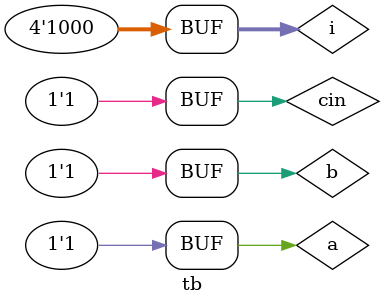
<source format=v>
`include "fullAdder.v"

module tb;
    reg [3:0] i;
    reg a, b, cin;
    wire s, cout;

    localparam T = 20;

    full_adder UUT (a, b, cin, s, cout);

    initial begin
        $dumpfile("tb.vcd");
        $dumpvars(0, tb);
        
        for(i = 0; i < 8; i = i + 1) begin
            a = i[0]; 
            b = i[1];
            cin = i[2];
            #T;
        end
        
    end 

endmodule

</source>
